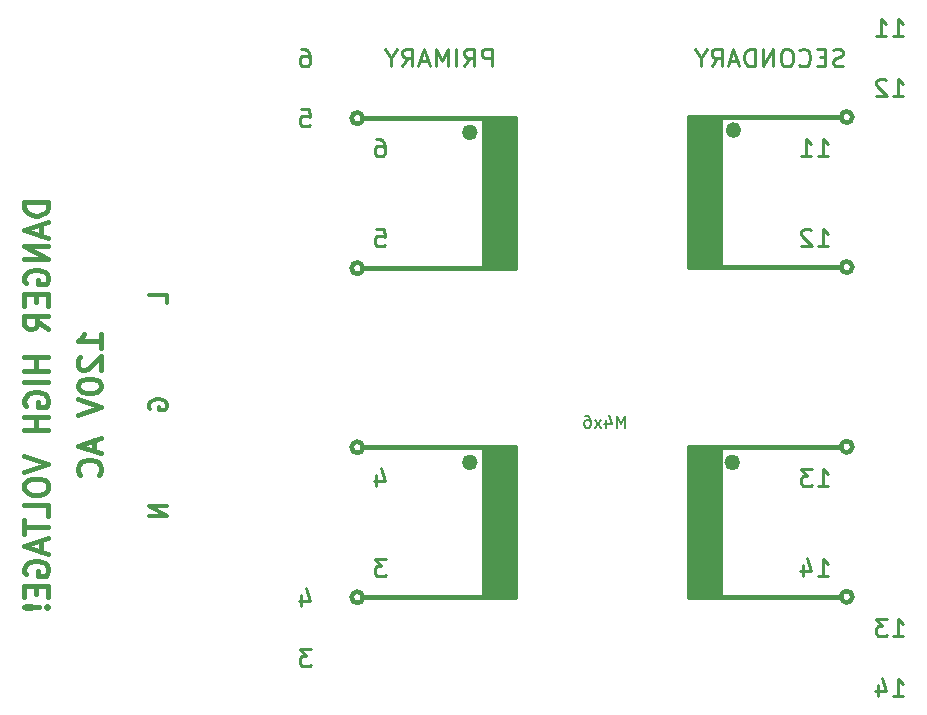
<source format=gbo>
G04 #@! TF.FileFunction,Legend,Bot*
%FSLAX46Y46*%
G04 Gerber Fmt 4.6, Leading zero omitted, Abs format (unit mm)*
G04 Created by KiCad (PCBNEW 4.0.2-stable) date Monday, August 15, 2016 'AMt' 09:37:36 AM*
%MOMM*%
G01*
G04 APERTURE LIST*
%ADD10C,0.100000*%
%ADD11C,0.400000*%
%ADD12C,0.250000*%
%ADD13C,1.570000*%
%ADD14C,0.300000*%
%ADD15C,0.200000*%
%ADD16C,0.375000*%
G04 APERTURE END LIST*
D10*
D11*
X106404762Y-85357141D02*
X104404762Y-85357141D01*
X104404762Y-85833332D01*
X104500000Y-86119046D01*
X104690476Y-86309522D01*
X104880952Y-86404761D01*
X105261905Y-86499999D01*
X105547619Y-86499999D01*
X105928571Y-86404761D01*
X106119048Y-86309522D01*
X106309524Y-86119046D01*
X106404762Y-85833332D01*
X106404762Y-85357141D01*
X105833333Y-87261903D02*
X105833333Y-88214284D01*
X106404762Y-87071427D02*
X104404762Y-87738094D01*
X106404762Y-88404761D01*
X106404762Y-89071427D02*
X104404762Y-89071427D01*
X106404762Y-90214285D01*
X104404762Y-90214285D01*
X104500000Y-92214285D02*
X104404762Y-92023808D01*
X104404762Y-91738094D01*
X104500000Y-91452380D01*
X104690476Y-91261904D01*
X104880952Y-91166665D01*
X105261905Y-91071427D01*
X105547619Y-91071427D01*
X105928571Y-91166665D01*
X106119048Y-91261904D01*
X106309524Y-91452380D01*
X106404762Y-91738094D01*
X106404762Y-91928570D01*
X106309524Y-92214285D01*
X106214286Y-92309523D01*
X105547619Y-92309523D01*
X105547619Y-91928570D01*
X105357143Y-93166665D02*
X105357143Y-93833332D01*
X106404762Y-94119046D02*
X106404762Y-93166665D01*
X104404762Y-93166665D01*
X104404762Y-94119046D01*
X106404762Y-96119047D02*
X105452381Y-95452380D01*
X106404762Y-94976189D02*
X104404762Y-94976189D01*
X104404762Y-95738094D01*
X104500000Y-95928570D01*
X104595238Y-96023809D01*
X104785714Y-96119047D01*
X105071429Y-96119047D01*
X105261905Y-96023809D01*
X105357143Y-95928570D01*
X105452381Y-95738094D01*
X105452381Y-94976189D01*
X106404762Y-98499999D02*
X104404762Y-98499999D01*
X105357143Y-98499999D02*
X105357143Y-99642857D01*
X106404762Y-99642857D02*
X104404762Y-99642857D01*
X106404762Y-100595237D02*
X104404762Y-100595237D01*
X104500000Y-102595238D02*
X104404762Y-102404761D01*
X104404762Y-102119047D01*
X104500000Y-101833333D01*
X104690476Y-101642857D01*
X104880952Y-101547618D01*
X105261905Y-101452380D01*
X105547619Y-101452380D01*
X105928571Y-101547618D01*
X106119048Y-101642857D01*
X106309524Y-101833333D01*
X106404762Y-102119047D01*
X106404762Y-102309523D01*
X106309524Y-102595238D01*
X106214286Y-102690476D01*
X105547619Y-102690476D01*
X105547619Y-102309523D01*
X106404762Y-103547618D02*
X104404762Y-103547618D01*
X105357143Y-103547618D02*
X105357143Y-104690476D01*
X106404762Y-104690476D02*
X104404762Y-104690476D01*
X104404762Y-106880952D02*
X106404762Y-107547619D01*
X104404762Y-108214286D01*
X104404762Y-109261905D02*
X104404762Y-109642857D01*
X104500000Y-109833333D01*
X104690476Y-110023810D01*
X105071429Y-110119048D01*
X105738095Y-110119048D01*
X106119048Y-110023810D01*
X106309524Y-109833333D01*
X106404762Y-109642857D01*
X106404762Y-109261905D01*
X106309524Y-109071429D01*
X106119048Y-108880952D01*
X105738095Y-108785714D01*
X105071429Y-108785714D01*
X104690476Y-108880952D01*
X104500000Y-109071429D01*
X104404762Y-109261905D01*
X106404762Y-111928571D02*
X106404762Y-110976190D01*
X104404762Y-110976190D01*
X104404762Y-112309524D02*
X104404762Y-113452381D01*
X106404762Y-112880953D02*
X104404762Y-112880953D01*
X105833333Y-114023810D02*
X105833333Y-114976191D01*
X106404762Y-113833334D02*
X104404762Y-114500001D01*
X106404762Y-115166668D01*
X104500000Y-116880954D02*
X104404762Y-116690477D01*
X104404762Y-116404763D01*
X104500000Y-116119049D01*
X104690476Y-115928573D01*
X104880952Y-115833334D01*
X105261905Y-115738096D01*
X105547619Y-115738096D01*
X105928571Y-115833334D01*
X106119048Y-115928573D01*
X106309524Y-116119049D01*
X106404762Y-116404763D01*
X106404762Y-116595239D01*
X106309524Y-116880954D01*
X106214286Y-116976192D01*
X105547619Y-116976192D01*
X105547619Y-116595239D01*
X105357143Y-117833334D02*
X105357143Y-118500001D01*
X106404762Y-118785715D02*
X106404762Y-117833334D01*
X104404762Y-117833334D01*
X104404762Y-118785715D01*
X106214286Y-119642858D02*
X106309524Y-119738097D01*
X106404762Y-119642858D01*
X106309524Y-119547620D01*
X106214286Y-119642858D01*
X106404762Y-119642858D01*
X105642857Y-119642858D02*
X104500000Y-119547620D01*
X104404762Y-119642858D01*
X104500000Y-119738097D01*
X105642857Y-119642858D01*
X104404762Y-119642858D01*
X133065416Y-90955328D02*
G75*
G03X133065416Y-90955328I-480416J0D01*
G01*
X133220000Y-90955328D02*
X145920000Y-90955328D01*
D12*
X143253000Y-90955328D02*
X143253000Y-78255328D01*
D13*
X144015000Y-90320328D02*
X144015000Y-78890328D01*
X145285000Y-90320328D02*
X145285000Y-78890328D01*
D11*
X145920000Y-90955328D02*
X145920000Y-78255328D01*
X145920000Y-78255328D02*
X133220000Y-78255328D01*
X133065416Y-78255328D02*
G75*
G03X133065416Y-78255328I-480416J0D01*
G01*
X142110000Y-107654000D02*
X142110000Y-107146000D01*
D14*
X142364000Y-107400000D02*
G75*
G03X142364000Y-107400000I-254000J0D01*
G01*
X142618000Y-107400000D02*
G75*
G03X142618000Y-107400000I-508000J0D01*
G01*
D11*
X133065416Y-118820858D02*
G75*
G03X133065416Y-118820858I-480416J0D01*
G01*
X133220000Y-118820858D02*
X145920000Y-118820858D01*
D12*
X143253000Y-118820858D02*
X143253000Y-106120858D01*
D13*
X144015000Y-118185858D02*
X144015000Y-106755858D01*
X145285000Y-118185858D02*
X145285000Y-106755858D01*
D11*
X145920000Y-118820858D02*
X145920000Y-106120858D01*
X145920000Y-106120858D02*
X133220000Y-106120858D01*
X133065416Y-106120858D02*
G75*
G03X133065416Y-106120858I-480416J0D01*
G01*
D14*
X142618000Y-79460000D02*
G75*
G03X142618000Y-79460000I-508000J0D01*
G01*
X142364000Y-79460000D02*
G75*
G03X142364000Y-79460000I-254000J0D01*
G01*
D11*
X142110000Y-79714000D02*
X142110000Y-79206000D01*
X174503836Y-118775244D02*
G75*
G03X174503836Y-118775244I-480416J0D01*
G01*
D13*
X162593420Y-106710244D02*
X162593420Y-118140244D01*
D12*
X163355420Y-106075244D02*
X163355420Y-118775244D01*
D11*
X160688420Y-118775244D02*
X173388420Y-118775244D01*
D13*
X161323420Y-106710244D02*
X161323420Y-118140244D01*
D11*
X160688420Y-106075244D02*
X160688420Y-118775244D01*
X173388420Y-106075244D02*
X160688420Y-106075244D01*
X174503836Y-106075244D02*
G75*
G03X174503836Y-106075244I-480416J0D01*
G01*
D14*
X164943000Y-79260000D02*
G75*
G03X164943000Y-79260000I-508000J0D01*
G01*
X164689000Y-79260000D02*
G75*
G03X164689000Y-79260000I-254000J0D01*
G01*
D11*
X164435000Y-79514000D02*
X164435000Y-79006000D01*
X174503836Y-90859450D02*
G75*
G03X174503836Y-90859450I-480416J0D01*
G01*
X160688420Y-90859450D02*
X173388420Y-90859450D01*
D12*
X163355420Y-78159450D02*
X163355420Y-90859450D01*
D13*
X162593420Y-78794450D02*
X162593420Y-90224450D01*
X161323420Y-78794450D02*
X161323420Y-90224450D01*
D11*
X160688420Y-78159450D02*
X160688420Y-90859450D01*
X173388420Y-78159450D02*
X160688420Y-78159450D01*
X174503836Y-78159450D02*
G75*
G03X174503836Y-78159450I-480416J0D01*
G01*
D14*
X164843000Y-107400000D02*
G75*
G03X164843000Y-107400000I-508000J0D01*
G01*
X164589000Y-107400000D02*
G75*
G03X164589000Y-107400000I-254000J0D01*
G01*
D11*
X164335000Y-107654000D02*
X164335000Y-107146000D01*
D12*
X143962857Y-73878571D02*
X143962857Y-72378571D01*
X143391429Y-72378571D01*
X143248571Y-72450000D01*
X143177143Y-72521429D01*
X143105714Y-72664286D01*
X143105714Y-72878571D01*
X143177143Y-73021429D01*
X143248571Y-73092857D01*
X143391429Y-73164286D01*
X143962857Y-73164286D01*
X141605714Y-73878571D02*
X142105714Y-73164286D01*
X142462857Y-73878571D02*
X142462857Y-72378571D01*
X141891429Y-72378571D01*
X141748571Y-72450000D01*
X141677143Y-72521429D01*
X141605714Y-72664286D01*
X141605714Y-72878571D01*
X141677143Y-73021429D01*
X141748571Y-73092857D01*
X141891429Y-73164286D01*
X142462857Y-73164286D01*
X140962857Y-73878571D02*
X140962857Y-72378571D01*
X140248571Y-73878571D02*
X140248571Y-72378571D01*
X139748571Y-73450000D01*
X139248571Y-72378571D01*
X139248571Y-73878571D01*
X138605714Y-73450000D02*
X137891428Y-73450000D01*
X138748571Y-73878571D02*
X138248571Y-72378571D01*
X137748571Y-73878571D01*
X136391428Y-73878571D02*
X136891428Y-73164286D01*
X137248571Y-73878571D02*
X137248571Y-72378571D01*
X136677143Y-72378571D01*
X136534285Y-72450000D01*
X136462857Y-72521429D01*
X136391428Y-72664286D01*
X136391428Y-72878571D01*
X136462857Y-73021429D01*
X136534285Y-73092857D01*
X136677143Y-73164286D01*
X137248571Y-73164286D01*
X135462857Y-73164286D02*
X135462857Y-73878571D01*
X135962857Y-72378571D02*
X135462857Y-73164286D01*
X134962857Y-72378571D01*
X127854285Y-72378571D02*
X128139999Y-72378571D01*
X128282856Y-72450000D01*
X128354285Y-72521429D01*
X128497142Y-72735714D01*
X128568571Y-73021429D01*
X128568571Y-73592857D01*
X128497142Y-73735714D01*
X128425714Y-73807143D01*
X128282856Y-73878571D01*
X127997142Y-73878571D01*
X127854285Y-73807143D01*
X127782856Y-73735714D01*
X127711428Y-73592857D01*
X127711428Y-73235714D01*
X127782856Y-73092857D01*
X127854285Y-73021429D01*
X127997142Y-72950000D01*
X128282856Y-72950000D01*
X128425714Y-73021429D01*
X128497142Y-73092857D01*
X128568571Y-73235714D01*
D15*
X155230476Y-104452381D02*
X155230476Y-103452381D01*
X154897142Y-104166667D01*
X154563809Y-103452381D01*
X154563809Y-104452381D01*
X153659047Y-103785714D02*
X153659047Y-104452381D01*
X153897143Y-103404762D02*
X154135238Y-104119048D01*
X153516190Y-104119048D01*
X153230476Y-104452381D02*
X152706666Y-103785714D01*
X153230476Y-103785714D02*
X152706666Y-104452381D01*
X151897142Y-103452381D02*
X152087619Y-103452381D01*
X152182857Y-103500000D01*
X152230476Y-103547619D01*
X152325714Y-103690476D01*
X152373333Y-103880952D01*
X152373333Y-104261905D01*
X152325714Y-104357143D01*
X152278095Y-104404762D01*
X152182857Y-104452381D01*
X151992380Y-104452381D01*
X151897142Y-104404762D01*
X151849523Y-104357143D01*
X151801904Y-104261905D01*
X151801904Y-104023810D01*
X151849523Y-103928571D01*
X151897142Y-103880952D01*
X151992380Y-103833333D01*
X152182857Y-103833333D01*
X152278095Y-103880952D01*
X152325714Y-103928571D01*
X152373333Y-104023810D01*
D12*
X134204285Y-79998571D02*
X134489999Y-79998571D01*
X134632856Y-80070000D01*
X134704285Y-80141429D01*
X134847142Y-80355714D01*
X134918571Y-80641429D01*
X134918571Y-81212857D01*
X134847142Y-81355714D01*
X134775714Y-81427143D01*
X134632856Y-81498571D01*
X134347142Y-81498571D01*
X134204285Y-81427143D01*
X134132856Y-81355714D01*
X134061428Y-81212857D01*
X134061428Y-80855714D01*
X134132856Y-80712857D01*
X134204285Y-80641429D01*
X134347142Y-80570000D01*
X134632856Y-80570000D01*
X134775714Y-80641429D01*
X134847142Y-80712857D01*
X134918571Y-80855714D01*
X134132856Y-87618571D02*
X134847142Y-87618571D01*
X134918571Y-88332857D01*
X134847142Y-88261429D01*
X134704285Y-88190000D01*
X134347142Y-88190000D01*
X134204285Y-88261429D01*
X134132856Y-88332857D01*
X134061428Y-88475714D01*
X134061428Y-88832857D01*
X134132856Y-88975714D01*
X134204285Y-89047143D01*
X134347142Y-89118571D01*
X134704285Y-89118571D01*
X134847142Y-89047143D01*
X134918571Y-88975714D01*
X171605714Y-89118571D02*
X172462857Y-89118571D01*
X172034285Y-89118571D02*
X172034285Y-87618571D01*
X172177142Y-87832857D01*
X172320000Y-87975714D01*
X172462857Y-88047143D01*
X171034286Y-87761429D02*
X170962857Y-87690000D01*
X170820000Y-87618571D01*
X170462857Y-87618571D01*
X170320000Y-87690000D01*
X170248571Y-87761429D01*
X170177143Y-87904286D01*
X170177143Y-88047143D01*
X170248571Y-88261429D01*
X171105714Y-89118571D01*
X170177143Y-89118571D01*
X127782856Y-77458571D02*
X128497142Y-77458571D01*
X128568571Y-78172857D01*
X128497142Y-78101429D01*
X128354285Y-78030000D01*
X127997142Y-78030000D01*
X127854285Y-78101429D01*
X127782856Y-78172857D01*
X127711428Y-78315714D01*
X127711428Y-78672857D01*
X127782856Y-78815714D01*
X127854285Y-78887143D01*
X127997142Y-78958571D01*
X128354285Y-78958571D01*
X128497142Y-78887143D01*
X128568571Y-78815714D01*
X134204285Y-108438571D02*
X134204285Y-109438571D01*
X134561428Y-107867143D02*
X134918571Y-108938571D01*
X133989999Y-108938571D01*
X134989999Y-115558571D02*
X134061428Y-115558571D01*
X134561428Y-116130000D01*
X134347142Y-116130000D01*
X134204285Y-116201429D01*
X134132856Y-116272857D01*
X134061428Y-116415714D01*
X134061428Y-116772857D01*
X134132856Y-116915714D01*
X134204285Y-116987143D01*
X134347142Y-117058571D01*
X134775714Y-117058571D01*
X134918571Y-116987143D01*
X134989999Y-116915714D01*
X127854285Y-118598571D02*
X127854285Y-119598571D01*
X128211428Y-118027143D02*
X128568571Y-119098571D01*
X127639999Y-119098571D01*
X128639999Y-123178571D02*
X127711428Y-123178571D01*
X128211428Y-123750000D01*
X127997142Y-123750000D01*
X127854285Y-123821429D01*
X127782856Y-123892857D01*
X127711428Y-124035714D01*
X127711428Y-124392857D01*
X127782856Y-124535714D01*
X127854285Y-124607143D01*
X127997142Y-124678571D01*
X128425714Y-124678571D01*
X128568571Y-124607143D01*
X128639999Y-124535714D01*
X173724286Y-73807143D02*
X173510000Y-73878571D01*
X173152857Y-73878571D01*
X173010000Y-73807143D01*
X172938571Y-73735714D01*
X172867143Y-73592857D01*
X172867143Y-73450000D01*
X172938571Y-73307143D01*
X173010000Y-73235714D01*
X173152857Y-73164286D01*
X173438571Y-73092857D01*
X173581429Y-73021429D01*
X173652857Y-72950000D01*
X173724286Y-72807143D01*
X173724286Y-72664286D01*
X173652857Y-72521429D01*
X173581429Y-72450000D01*
X173438571Y-72378571D01*
X173081429Y-72378571D01*
X172867143Y-72450000D01*
X172224286Y-73092857D02*
X171724286Y-73092857D01*
X171510000Y-73878571D02*
X172224286Y-73878571D01*
X172224286Y-72378571D01*
X171510000Y-72378571D01*
X170010000Y-73735714D02*
X170081429Y-73807143D01*
X170295715Y-73878571D01*
X170438572Y-73878571D01*
X170652857Y-73807143D01*
X170795715Y-73664286D01*
X170867143Y-73521429D01*
X170938572Y-73235714D01*
X170938572Y-73021429D01*
X170867143Y-72735714D01*
X170795715Y-72592857D01*
X170652857Y-72450000D01*
X170438572Y-72378571D01*
X170295715Y-72378571D01*
X170081429Y-72450000D01*
X170010000Y-72521429D01*
X169081429Y-72378571D02*
X168795715Y-72378571D01*
X168652857Y-72450000D01*
X168510000Y-72592857D01*
X168438572Y-72878571D01*
X168438572Y-73378571D01*
X168510000Y-73664286D01*
X168652857Y-73807143D01*
X168795715Y-73878571D01*
X169081429Y-73878571D01*
X169224286Y-73807143D01*
X169367143Y-73664286D01*
X169438572Y-73378571D01*
X169438572Y-72878571D01*
X169367143Y-72592857D01*
X169224286Y-72450000D01*
X169081429Y-72378571D01*
X167795714Y-73878571D02*
X167795714Y-72378571D01*
X166938571Y-73878571D01*
X166938571Y-72378571D01*
X166224285Y-73878571D02*
X166224285Y-72378571D01*
X165867142Y-72378571D01*
X165652857Y-72450000D01*
X165509999Y-72592857D01*
X165438571Y-72735714D01*
X165367142Y-73021429D01*
X165367142Y-73235714D01*
X165438571Y-73521429D01*
X165509999Y-73664286D01*
X165652857Y-73807143D01*
X165867142Y-73878571D01*
X166224285Y-73878571D01*
X164795714Y-73450000D02*
X164081428Y-73450000D01*
X164938571Y-73878571D02*
X164438571Y-72378571D01*
X163938571Y-73878571D01*
X162581428Y-73878571D02*
X163081428Y-73164286D01*
X163438571Y-73878571D02*
X163438571Y-72378571D01*
X162867143Y-72378571D01*
X162724285Y-72450000D01*
X162652857Y-72521429D01*
X162581428Y-72664286D01*
X162581428Y-72878571D01*
X162652857Y-73021429D01*
X162724285Y-73092857D01*
X162867143Y-73164286D01*
X163438571Y-73164286D01*
X161652857Y-73164286D02*
X161652857Y-73878571D01*
X162152857Y-72378571D02*
X161652857Y-73164286D01*
X161152857Y-72378571D01*
X177955714Y-71338571D02*
X178812857Y-71338571D01*
X178384285Y-71338571D02*
X178384285Y-69838571D01*
X178527142Y-70052857D01*
X178670000Y-70195714D01*
X178812857Y-70267143D01*
X176527143Y-71338571D02*
X177384286Y-71338571D01*
X176955714Y-71338571D02*
X176955714Y-69838571D01*
X177098571Y-70052857D01*
X177241429Y-70195714D01*
X177384286Y-70267143D01*
X177955714Y-76418571D02*
X178812857Y-76418571D01*
X178384285Y-76418571D02*
X178384285Y-74918571D01*
X178527142Y-75132857D01*
X178670000Y-75275714D01*
X178812857Y-75347143D01*
X177384286Y-75061429D02*
X177312857Y-74990000D01*
X177170000Y-74918571D01*
X176812857Y-74918571D01*
X176670000Y-74990000D01*
X176598571Y-75061429D01*
X176527143Y-75204286D01*
X176527143Y-75347143D01*
X176598571Y-75561429D01*
X177455714Y-76418571D01*
X176527143Y-76418571D01*
X177955714Y-122138571D02*
X178812857Y-122138571D01*
X178384285Y-122138571D02*
X178384285Y-120638571D01*
X178527142Y-120852857D01*
X178670000Y-120995714D01*
X178812857Y-121067143D01*
X177455714Y-120638571D02*
X176527143Y-120638571D01*
X177027143Y-121210000D01*
X176812857Y-121210000D01*
X176670000Y-121281429D01*
X176598571Y-121352857D01*
X176527143Y-121495714D01*
X176527143Y-121852857D01*
X176598571Y-121995714D01*
X176670000Y-122067143D01*
X176812857Y-122138571D01*
X177241429Y-122138571D01*
X177384286Y-122067143D01*
X177455714Y-121995714D01*
X177955714Y-127218571D02*
X178812857Y-127218571D01*
X178384285Y-127218571D02*
X178384285Y-125718571D01*
X178527142Y-125932857D01*
X178670000Y-126075714D01*
X178812857Y-126147143D01*
X176670000Y-126218571D02*
X176670000Y-127218571D01*
X177027143Y-125647143D02*
X177384286Y-126718571D01*
X176455714Y-126718571D01*
X171605714Y-109438571D02*
X172462857Y-109438571D01*
X172034285Y-109438571D02*
X172034285Y-107938571D01*
X172177142Y-108152857D01*
X172320000Y-108295714D01*
X172462857Y-108367143D01*
X171105714Y-107938571D02*
X170177143Y-107938571D01*
X170677143Y-108510000D01*
X170462857Y-108510000D01*
X170320000Y-108581429D01*
X170248571Y-108652857D01*
X170177143Y-108795714D01*
X170177143Y-109152857D01*
X170248571Y-109295714D01*
X170320000Y-109367143D01*
X170462857Y-109438571D01*
X170891429Y-109438571D01*
X171034286Y-109367143D01*
X171105714Y-109295714D01*
X171605714Y-117058571D02*
X172462857Y-117058571D01*
X172034285Y-117058571D02*
X172034285Y-115558571D01*
X172177142Y-115772857D01*
X172320000Y-115915714D01*
X172462857Y-115987143D01*
X170320000Y-116058571D02*
X170320000Y-117058571D01*
X170677143Y-115487143D02*
X171034286Y-116558571D01*
X170105714Y-116558571D01*
X171605714Y-81498571D02*
X172462857Y-81498571D01*
X172034285Y-81498571D02*
X172034285Y-79998571D01*
X172177142Y-80212857D01*
X172320000Y-80355714D01*
X172462857Y-80427143D01*
X170177143Y-81498571D02*
X171034286Y-81498571D01*
X170605714Y-81498571D02*
X170605714Y-79998571D01*
X170748571Y-80212857D01*
X170891429Y-80355714D01*
X171034286Y-80427143D01*
D11*
X110904762Y-97690476D02*
X110904762Y-96547618D01*
X110904762Y-97119047D02*
X108904762Y-97119047D01*
X109190476Y-96928571D01*
X109380952Y-96738095D01*
X109476190Y-96547618D01*
X109095238Y-98452380D02*
X109000000Y-98547618D01*
X108904762Y-98738095D01*
X108904762Y-99214285D01*
X109000000Y-99404761D01*
X109095238Y-99499999D01*
X109285714Y-99595238D01*
X109476190Y-99595238D01*
X109761905Y-99499999D01*
X110904762Y-98357142D01*
X110904762Y-99595238D01*
X108904762Y-100833333D02*
X108904762Y-101023809D01*
X109000000Y-101214285D01*
X109095238Y-101309523D01*
X109285714Y-101404761D01*
X109666667Y-101500000D01*
X110142857Y-101500000D01*
X110523810Y-101404761D01*
X110714286Y-101309523D01*
X110809524Y-101214285D01*
X110904762Y-101023809D01*
X110904762Y-100833333D01*
X110809524Y-100642857D01*
X110714286Y-100547619D01*
X110523810Y-100452380D01*
X110142857Y-100357142D01*
X109666667Y-100357142D01*
X109285714Y-100452380D01*
X109095238Y-100547619D01*
X109000000Y-100642857D01*
X108904762Y-100833333D01*
X108904762Y-102071428D02*
X110904762Y-102738095D01*
X108904762Y-103404762D01*
X110333333Y-105500000D02*
X110333333Y-106452381D01*
X110904762Y-105309524D02*
X108904762Y-105976191D01*
X110904762Y-106642858D01*
X110714286Y-108452382D02*
X110809524Y-108357144D01*
X110904762Y-108071429D01*
X110904762Y-107880953D01*
X110809524Y-107595239D01*
X110619048Y-107404763D01*
X110428571Y-107309524D01*
X110047619Y-107214286D01*
X109761905Y-107214286D01*
X109380952Y-107309524D01*
X109190476Y-107404763D01*
X109000000Y-107595239D01*
X108904762Y-107880953D01*
X108904762Y-108071429D01*
X109000000Y-108357144D01*
X109095238Y-108452382D01*
D16*
X116478571Y-111121429D02*
X114978571Y-111121429D01*
X116478571Y-111978572D01*
X114978571Y-111978572D01*
X115050000Y-102892857D02*
X114978571Y-102750000D01*
X114978571Y-102535714D01*
X115050000Y-102321429D01*
X115192857Y-102178571D01*
X115335714Y-102107143D01*
X115621429Y-102035714D01*
X115835714Y-102035714D01*
X116121429Y-102107143D01*
X116264286Y-102178571D01*
X116407143Y-102321429D01*
X116478571Y-102535714D01*
X116478571Y-102678571D01*
X116407143Y-102892857D01*
X116335714Y-102964286D01*
X115835714Y-102964286D01*
X115835714Y-102678571D01*
X116478571Y-93914286D02*
X116478571Y-93200000D01*
X114978571Y-93200000D01*
M02*

</source>
